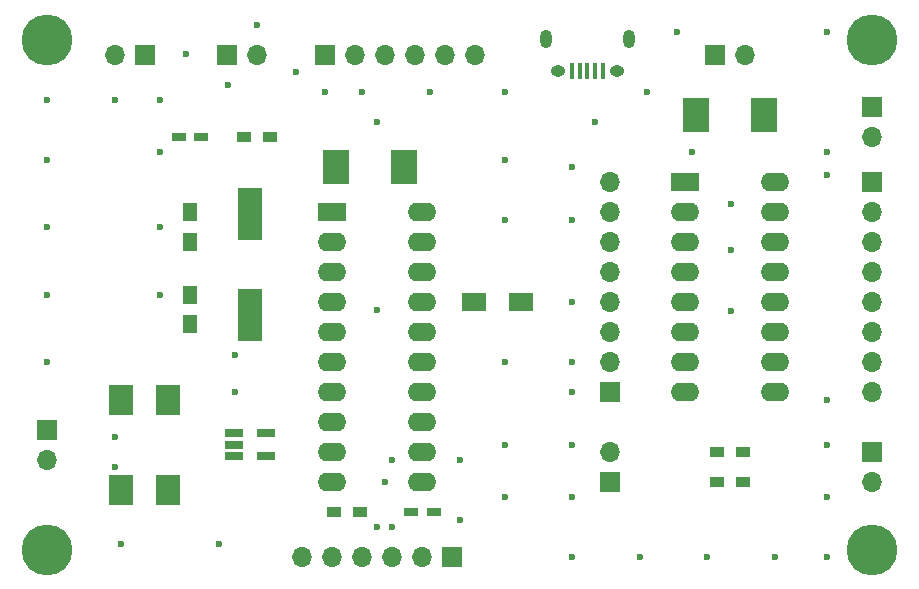
<source format=gts>
G04 #@! TF.FileFunction,Soldermask,Top*
%FSLAX46Y46*%
G04 Gerber Fmt 4.6, Leading zero omitted, Abs format (unit mm)*
G04 Created by KiCad (PCBNEW 4.0.6) date 04/13/17 11:48:46*
%MOMM*%
%LPD*%
G01*
G04 APERTURE LIST*
%ADD10C,0.150000*%
%ADD11C,4.300000*%
%ADD12R,1.700000X1.700000*%
%ADD13O,1.700000X1.700000*%
%ADD14R,1.250000X1.500000*%
%ADD15R,2.000000X2.500000*%
%ADD16R,2.200000X3.000000*%
%ADD17R,2.000000X1.600000*%
%ADD18R,1.200000X0.750000*%
%ADD19R,0.400000X1.350000*%
%ADD20O,1.250000X0.950000*%
%ADD21O,1.000000X1.550000*%
%ADD22R,1.200000X0.900000*%
%ADD23R,2.400000X1.600000*%
%ADD24O,2.400000X1.600000*%
%ADD25R,2.000000X4.500000*%
%ADD26R,1.560000X0.650000*%
%ADD27C,0.600000*%
G04 APERTURE END LIST*
D10*
D11*
X120015000Y-64135000D03*
X189865000Y-64135000D03*
X189865000Y-107315000D03*
D12*
X120015000Y-97155000D03*
D13*
X120015000Y-99695000D03*
D14*
X132080000Y-81260000D03*
X132080000Y-78760000D03*
X132080000Y-88245000D03*
X132080000Y-85745000D03*
D15*
X130270000Y-94615000D03*
X126270000Y-94615000D03*
D16*
X150220000Y-74930000D03*
X144420000Y-74930000D03*
D15*
X130270000Y-102235000D03*
X126270000Y-102235000D03*
D17*
X156115000Y-86360000D03*
X160115000Y-86360000D03*
D16*
X174900000Y-70485000D03*
X180700000Y-70485000D03*
D18*
X131130000Y-72390000D03*
X133030000Y-72390000D03*
X152715000Y-104140000D03*
X150815000Y-104140000D03*
D12*
X135255000Y-65405000D03*
D13*
X137795000Y-65405000D03*
D19*
X167035000Y-66755000D03*
X166385000Y-66755000D03*
X165735000Y-66755000D03*
X165085000Y-66755000D03*
X164435000Y-66755000D03*
D20*
X168235000Y-66755000D03*
X163235000Y-66755000D03*
D21*
X169235000Y-64055000D03*
X162235000Y-64055000D03*
D12*
X143510000Y-65405000D03*
D13*
X146050000Y-65405000D03*
X148590000Y-65405000D03*
X151130000Y-65405000D03*
X153670000Y-65405000D03*
X156210000Y-65405000D03*
D12*
X167640000Y-93980000D03*
D13*
X167640000Y-91440000D03*
X167640000Y-88900000D03*
X167640000Y-86360000D03*
X167640000Y-83820000D03*
X167640000Y-81280000D03*
X167640000Y-78740000D03*
X167640000Y-76200000D03*
D12*
X189865000Y-76200000D03*
D13*
X189865000Y-78740000D03*
X189865000Y-81280000D03*
X189865000Y-83820000D03*
X189865000Y-86360000D03*
X189865000Y-88900000D03*
X189865000Y-91440000D03*
X189865000Y-93980000D03*
D12*
X189865000Y-99060000D03*
D13*
X189865000Y-101600000D03*
D12*
X167640000Y-101600000D03*
D13*
X167640000Y-99060000D03*
D12*
X176530000Y-65405000D03*
D13*
X179070000Y-65405000D03*
D12*
X128270000Y-65405000D03*
D13*
X125730000Y-65405000D03*
D12*
X189865000Y-69850000D03*
D13*
X189865000Y-72390000D03*
D22*
X136695000Y-72390000D03*
X138895000Y-72390000D03*
X176700000Y-101600000D03*
X178900000Y-101600000D03*
X176700000Y-99060000D03*
X178900000Y-99060000D03*
X144315000Y-104140000D03*
X146515000Y-104140000D03*
D23*
X144145000Y-78740000D03*
D24*
X151765000Y-101600000D03*
X144145000Y-81280000D03*
X151765000Y-99060000D03*
X144145000Y-83820000D03*
X151765000Y-96520000D03*
X144145000Y-86360000D03*
X151765000Y-93980000D03*
X144145000Y-88900000D03*
X151765000Y-91440000D03*
X144145000Y-91440000D03*
X151765000Y-88900000D03*
X144145000Y-93980000D03*
X151765000Y-86360000D03*
X144145000Y-96520000D03*
X151765000Y-83820000D03*
X144145000Y-99060000D03*
X151765000Y-81280000D03*
X144145000Y-101600000D03*
X151765000Y-78740000D03*
D25*
X137160000Y-78935000D03*
X137160000Y-87435000D03*
D12*
X154305000Y-107950000D03*
D13*
X151765000Y-107950000D03*
X149225000Y-107950000D03*
X146685000Y-107950000D03*
X144145000Y-107950000D03*
X141605000Y-107950000D03*
D23*
X173990000Y-76200000D03*
D24*
X181610000Y-93980000D03*
X173990000Y-78740000D03*
X181610000Y-91440000D03*
X173990000Y-81280000D03*
X181610000Y-88900000D03*
X173990000Y-83820000D03*
X181610000Y-86360000D03*
X173990000Y-86360000D03*
X181610000Y-83820000D03*
X173990000Y-88900000D03*
X181610000Y-81280000D03*
X173990000Y-91440000D03*
X181610000Y-78740000D03*
X173990000Y-93980000D03*
X181610000Y-76200000D03*
D26*
X135810000Y-97475000D03*
X135810000Y-98425000D03*
X135810000Y-99375000D03*
X138510000Y-99375000D03*
X138510000Y-97475000D03*
D11*
X120015000Y-107315000D03*
D27*
X177870000Y-81980000D03*
X177870000Y-78090000D03*
X177870000Y-87140000D03*
X135310000Y-68020000D03*
X141060000Y-66880000D03*
X131800000Y-65380000D03*
X126260000Y-106870000D03*
X134530000Y-106870000D03*
X158750000Y-102870000D03*
X158750000Y-98425000D03*
X158750000Y-91440000D03*
X158750000Y-68580000D03*
X152400000Y-68580000D03*
X164465000Y-86360000D03*
X164465000Y-86360000D03*
X164465000Y-91440000D03*
X164465000Y-93980000D03*
X164465000Y-98425000D03*
X164465000Y-102870000D03*
X158750000Y-79375000D03*
X186055000Y-63500000D03*
X170815000Y-68580000D03*
X173355000Y-63500000D03*
X158750000Y-74295000D03*
X164465000Y-79375000D03*
X164465000Y-74930000D03*
X164465000Y-74930000D03*
X166370000Y-71120000D03*
X164465000Y-107950000D03*
X170180000Y-107950000D03*
X175895000Y-107950000D03*
X181610000Y-107950000D03*
X186055000Y-107950000D03*
X186055000Y-102870000D03*
X174625000Y-73660000D03*
X186055000Y-73660000D03*
X186055000Y-75565000D03*
X186055000Y-94615000D03*
X186055000Y-98425000D03*
X135890000Y-93980000D03*
X135890000Y-90805000D03*
X129540000Y-85725000D03*
X129540000Y-80010000D03*
X129540000Y-73660000D03*
X129540000Y-69215000D03*
X125730000Y-100330000D03*
X125730000Y-97790000D03*
X125730000Y-69215000D03*
X120015000Y-69215000D03*
X120015000Y-74295000D03*
X120015000Y-80010000D03*
X120015000Y-85725000D03*
X120015000Y-91440000D03*
X137795000Y-62865000D03*
X143510000Y-68580000D03*
X146685000Y-68580000D03*
X147955000Y-71120000D03*
X147955000Y-86995000D03*
X154940000Y-104775000D03*
X154940000Y-99695000D03*
X151765000Y-107950000D03*
X149225000Y-99695000D03*
X149225000Y-105410000D03*
X147955000Y-105410000D03*
X148590000Y-101600000D03*
M02*

</source>
